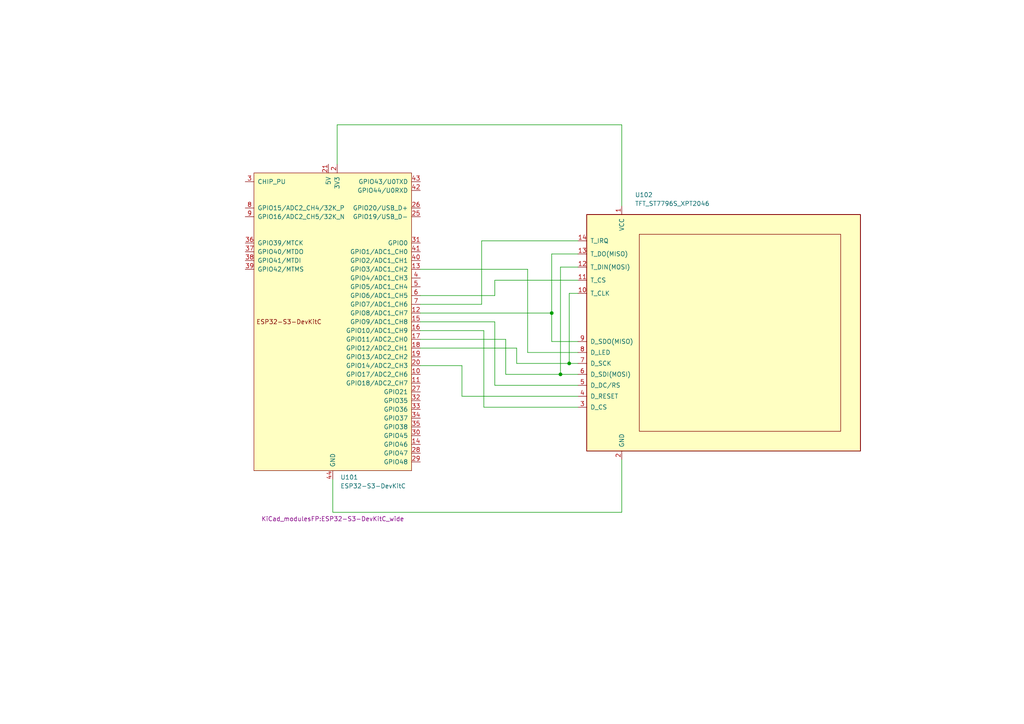
<source format=kicad_sch>
(kicad_sch (version 20231120) (generator "eeschema") (generator_version "8.0")
  (paper "A4")
  (lib_symbols
    (symbol "Espressif:ESP32-S3-DevKitC" (pin_names (offset 1.016))
      (property "Reference" "U" (at -22.86 48.26 0))
      (property "Value" "ESP32-S3-DevKitC" (at -22.86 45.72 0))
      (symbol "ESP32-S3-DevKitC_0_0"
        (text "ESP32-S3-DevKitC" (at -12.7 0 0) (effects (font (size 1.27 1.27))))
        (pin bidirectional line (at 25.4 -35.56 180) (length 2.54) (name "GPIO46") (number "14"))
        (pin bidirectional line (at 25.4 -10.16 180) (length 2.54) (name "GPIO13/ADC2_CH2") (number "19"))
        (pin bidirectional line (at -25.4 15.24 0) (length 2.54) (name "GPIO42/MTMS") (number "39"))
        (pin bidirectional line (at 25.4 17.78 180) (length 2.54) (name "GPIO2/ADC1_CH1") (number "40"))
        (pin bidirectional line (at 25.4 20.32 180) (length 2.54) (name "GPIO1/ADC1_CH0") (number "41"))
        (pin bidirectional line (at 25.4 38.1 180) (length 2.54) (name "GPIO44/U0RXD") (number "42"))
        (pin bidirectional line (at 25.4 40.64 180) (length 2.54) (name "GPIO43/U0TXD") (number "43"))
        (pin power_in line (at 0 -45.72 90) (length 2.54) (name "GND") (number "44"))
      )
      (symbol "ESP32-S3-DevKitC_0_1"
        (rectangle (start -22.86 43.18) (end 22.86 -43.18) (fill (type background)))
        (pin power_in line (at 1.27 45.72 270) (length 2.54) (name "3V3") (number "2"))
      )
      (symbol "ESP32-S3-DevKitC_1_1"
        (pin passive line (at 1.27 45.72 270) (length 2.54) hide (name "3V3") (number "1"))
        (pin bidirectional line (at 25.4 -15.24 180) (length 2.54) (name "GPIO17/ADC2_CH6") (number "10"))
        (pin bidirectional line (at 25.4 -17.78 180) (length 2.54) (name "GPIO18/ADC2_CH7") (number "11"))
        (pin bidirectional line (at 25.4 2.54 180) (length 2.54) (name "GPIO8/ADC1_CH7") (number "12"))
        (pin bidirectional line (at 25.4 15.24 180) (length 2.54) (name "GPIO3/ADC1_CH2") (number "13"))
        (pin bidirectional line (at 25.4 0 180) (length 2.54) (name "GPIO9/ADC1_CH8") (number "15"))
        (pin bidirectional line (at 25.4 -2.54 180) (length 2.54) (name "GPIO10/ADC1_CH9") (number "16"))
        (pin bidirectional line (at 25.4 -5.08 180) (length 2.54) (name "GPIO11/ADC2_CH0") (number "17"))
        (pin bidirectional line (at 25.4 -7.62 180) (length 2.54) (name "GPIO12/ADC2_CH1") (number "18"))
        (pin bidirectional line (at 25.4 -12.7 180) (length 2.54) (name "GPIO14/ADC2_CH3") (number "20"))
        (pin power_in line (at -1.27 45.72 270) (length 2.54) (name "5V") (number "21"))
        (pin passive line (at 0 -45.72 90) (length 2.54) hide (name "GND") (number "22"))
        (pin passive line (at 0 -45.72 90) (length 2.54) hide (name "GND") (number "23"))
        (pin passive line (at 0 -45.72 90) (length 2.54) hide (name "GND") (number "24"))
        (pin bidirectional line (at 25.4 30.48 180) (length 2.54) (name "GPIO19/USB_D-") (number "25"))
        (pin bidirectional line (at 25.4 33.02 180) (length 2.54) (name "GPIO20/USB_D+") (number "26"))
        (pin bidirectional line (at 25.4 -20.32 180) (length 2.54) (name "GPIO21") (number "27"))
        (pin bidirectional line (at 25.4 -38.1 180) (length 2.54) (name "GPIO47") (number "28"))
        (pin bidirectional line (at 25.4 -40.64 180) (length 2.54) (name "GPIO48") (number "29"))
        (pin input line (at -25.4 40.64 0) (length 2.54) (name "CHIP_PU") (number "3"))
        (pin bidirectional line (at 25.4 -33.02 180) (length 2.54) (name "GPIO45") (number "30"))
        (pin bidirectional line (at 25.4 22.86 180) (length 2.54) (name "GPIO0") (number "31"))
        (pin bidirectional line (at 25.4 -22.86 180) (length 2.54) (name "GPIO35") (number "32"))
        (pin bidirectional line (at 25.4 -25.4 180) (length 2.54) (name "GPIO36") (number "33"))
        (pin bidirectional line (at 25.4 -27.94 180) (length 2.54) (name "GPIO37") (number "34"))
        (pin bidirectional line (at 25.4 -30.48 180) (length 2.54) (name "GPIO38") (number "35"))
        (pin bidirectional line (at -25.4 22.86 0) (length 2.54) (name "GPIO39/MTCK") (number "36"))
        (pin bidirectional line (at -25.4 20.32 0) (length 2.54) (name "GPIO40/MTDO") (number "37"))
        (pin bidirectional line (at -25.4 17.78 0) (length 2.54) (name "GPIO41/MTDI") (number "38"))
        (pin bidirectional line (at 25.4 12.7 180) (length 2.54) (name "GPIO4/ADC1_CH3") (number "4"))
        (pin bidirectional line (at 25.4 10.16 180) (length 2.54) (name "GPIO5/ADC1_CH4") (number "5"))
        (pin bidirectional line (at 25.4 7.62 180) (length 2.54) (name "GPIO6/ADC1_CH5") (number "6"))
        (pin bidirectional line (at 25.4 5.08 180) (length 2.54) (name "GPIO7/ADC1_CH6") (number "7"))
        (pin bidirectional line (at -25.4 33.02 0) (length 2.54) (name "GPIO15/ADC2_CH4/32K_P") (number "8"))
        (pin bidirectional line (at -25.4 30.48 0) (length 2.54) (name "GPIO16/ADC2_CH5/32K_N") (number "9"))
      )
    )
    (symbol "Tft:TFT_ST7796S_XPT2046" (pin_names (offset 1.016))
      (property "Reference" "U" (at -8.636 29.464 0))
      (property "Value" "TFT_ST7796S_XPT2046" (at 4.318 29.718 0))
      (symbol "TFT_ST7796S_XPT2046_0_1"
        (rectangle (start -10.16 27.94) (end 69.215 -40.64) (stroke (width 0.254)) (fill (type background)))
        (rectangle (start 5.08 22.225) (end 63.5 -34.925))
      )
      (symbol "TFT_ST7796S_XPT2046_1_1"
        (pin power_in line (at 0 30.48 270) (length 2.54) (name "VCC") (number "1"))
        (pin input line (at -12.7 5.08 0) (length 2.54) (name "T_CLK") (number "10"))
        (pin input line (at -12.7 8.89 0) (length 2.54) (name "T_CS") (number "11"))
        (pin input line (at -12.7 12.7 0) (length 2.54) (name "T_DIN(MOSI)") (number "12"))
        (pin output line (at -12.7 16.51 0) (length 2.54) (name "T_DO(MISO)") (number "13"))
        (pin output line (at -12.7 20.32 0) (length 2.54) (name "T_IRQ") (number "14"))
        (pin power_in line (at 0 -43.18 90) (length 2.54) (name "GND") (number "2"))
        (pin input line (at -12.7 -27.94 0) (length 2.54) (name "D_CS") (number "3"))
        (pin input line (at -12.7 -24.765 0) (length 2.54) (name "D_RESET") (number "4"))
        (pin input line (at -12.7 -21.59 0) (length 2.54) (name "D_DC/RS") (number "5"))
        (pin input line (at -12.7 -18.415 0) (length 2.54) (name "D_SDI(MOSI)") (number "6"))
        (pin input line (at -12.7 -15.24 0) (length 2.54) (name "D_SCK") (number "7"))
        (pin input line (at -12.7 -12.065 0) (length 2.54) (name "D_LED") (number "8"))
        (pin output line (at -12.7 -8.89 0) (length 2.54) (name "D_SDO(MISO)") (number "9"))
      )
    )
  )
  (junction (at 160.02 90.805))
  (junction (at 162.56 108.585))
  (junction (at 165.1 105.41))
  (wire (pts (xy 180.34 36.195) (xy 180.34 59.69)))
  (wire (pts (xy 167.64 118.11) (xy 140.335 118.11)))
  (wire (pts (xy 162.56 108.585) (xy 167.64 108.585)))
  (wire (pts (xy 139.7 69.85) (xy 167.64 69.85)))
  (wire (pts (xy 162.56 77.47) (xy 162.56 108.585)))
  (wire (pts (xy 96.52 139.065) (xy 96.52 148.59)))
  (wire (pts (xy 121.92 88.265) (xy 139.7 88.265)))
  (wire (pts (xy 153.035 78.105) (xy 121.92 78.105)))
  (wire (pts (xy 133.985 114.935) (xy 167.64 114.935)))
  (wire (pts (xy 139.7 88.265) (xy 139.7 69.85)))
  (wire (pts (xy 160.02 90.805) (xy 160.02 99.06)))
  (wire (pts (xy 149.86 105.41) (xy 165.1 105.41)))
  (wire (pts (xy 165.1 85.09) (xy 165.1 105.41)))
  (wire (pts (xy 146.685 108.585) (xy 162.56 108.585)))
  (wire (pts (xy 167.64 77.47) (xy 162.56 77.47)))
  (wire (pts (xy 167.64 111.76) (xy 143.51 111.76)))
  (wire (pts (xy 121.92 106.045) (xy 133.985 106.045)))
  (wire (pts (xy 133.985 106.045) (xy 133.985 114.935)))
  (wire (pts (xy 160.02 99.06) (xy 167.64 99.06)))
  (wire (pts (xy 97.79 36.195) (xy 180.34 36.195)))
  (wire (pts (xy 167.64 85.09) (xy 165.1 85.09)))
  (wire (pts (xy 96.52 148.59) (xy 180.34 148.59)))
  (wire (pts (xy 121.92 90.805) (xy 160.02 90.805)))
  (wire (pts (xy 180.34 148.59) (xy 180.34 133.35)))
  (wire (pts (xy 121.92 95.885) (xy 140.335 95.885)))
  (wire (pts (xy 121.92 100.965) (xy 149.86 100.965)))
  (wire (pts (xy 146.685 98.425) (xy 146.685 108.585)))
  (wire (pts (xy 97.79 47.625) (xy 97.79 36.195)))
  (wire (pts (xy 143.51 81.28) (xy 143.51 85.725)))
  (wire (pts (xy 167.64 102.235) (xy 153.035 102.235)))
  (wire (pts (xy 143.51 93.345) (xy 121.92 93.345)))
  (wire (pts (xy 143.51 111.76) (xy 143.51 93.345)))
  (wire (pts (xy 160.02 73.66) (xy 160.02 90.805)))
  (wire (pts (xy 167.64 81.28) (xy 143.51 81.28)))
  (wire (pts (xy 165.1 105.41) (xy 167.64 105.41)))
  (wire (pts (xy 140.335 95.885) (xy 140.335 118.11)))
  (wire (pts (xy 167.64 73.66) (xy 160.02 73.66)))
  (wire (pts (xy 149.86 100.965) (xy 149.86 105.41)))
  (wire (pts (xy 143.51 85.725) (xy 121.92 85.725)))
  (wire (pts (xy 121.92 98.425) (xy 146.685 98.425)))
  (wire (pts (xy 153.035 102.235) (xy 153.035 78.105)))
  (symbol (lib_id "Tft:TFT_ST7796S_XPT2046") (at 180.34 90.17 0) (unit 1)
    (property "Reference" "U102" (at 184.15 56.515 0) (effects (justify left)))
    (property "Value" "TFT_ST7796S_XPT2046" (at 184.15 59.055 0) (effects (justify left)))
    (property "Footprint" "KiCad_modulesFP:tft_st7796s_xpt2046" (effects (hide yes)))
  )
  (symbol (lib_id "Espressif:ESP32-S3-DevKitC") (at 96.52 93.345 0) (unit 1)
    (property "Reference" "U101" (at 98.7141 138.43 0) (effects (justify left)))
    (property "Value" "ESP32-S3-DevKitC" (at 98.7141 140.97 0) (effects (justify left)))
    (property "Footprint" "KiCad_modulesFP:ESP32-S3-DevKitC_wide" (at 96.52 150.495 0))
  )
)
</source>
